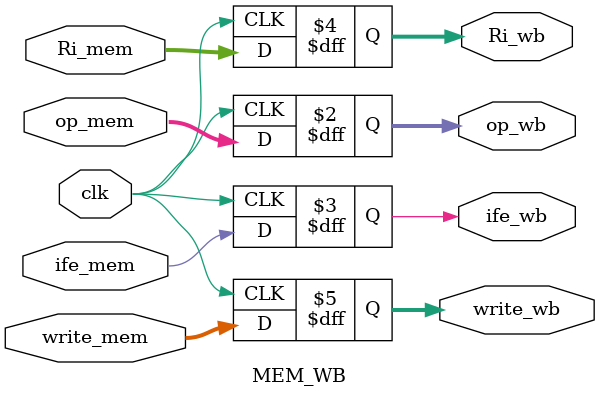
<source format=v>
`timescale 1ns / 1ps
module MEM_WB(clk,op_mem,op_wb,ife_mem,Ri_mem,write_mem,ife_wb,Ri_wb,write_wb);
input            clk;
input       [5:0]op_mem;
output reg  [5:0]op_wb;
input            ife_mem;
input       [4:0]Ri_mem;
input      [31:0]write_mem;
output reg       ife_wb;
output reg  [4:0]Ri_wb;
output reg [31:0]write_wb;

always @(posedge clk)
begin 
	op_wb    <=op_mem;
	ife_wb   <=ife_mem;
	Ri_wb    <=Ri_mem;
	write_wb <=write_mem;	
end
endmodule

</source>
